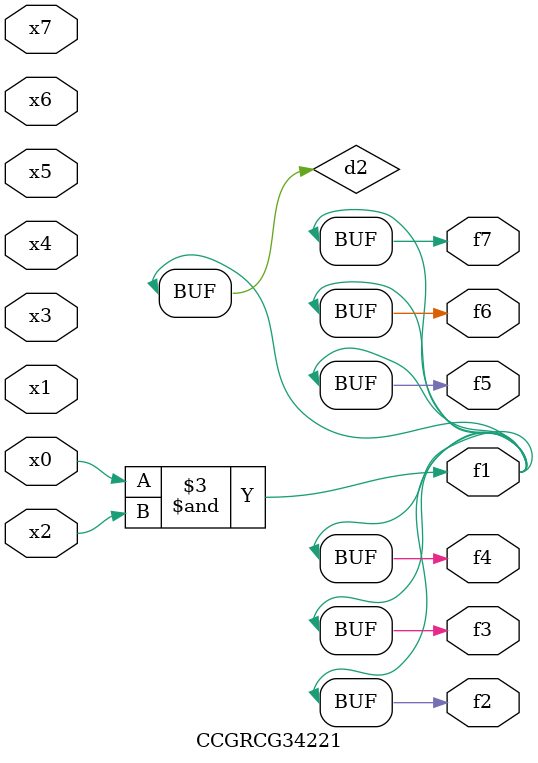
<source format=v>
module CCGRCG34221(
	input x0, x1, x2, x3, x4, x5, x6, x7,
	output f1, f2, f3, f4, f5, f6, f7
);

	wire d1, d2;

	nor (d1, x3, x6);
	and (d2, x0, x2);
	assign f1 = d2;
	assign f2 = d2;
	assign f3 = d2;
	assign f4 = d2;
	assign f5 = d2;
	assign f6 = d2;
	assign f7 = d2;
endmodule

</source>
